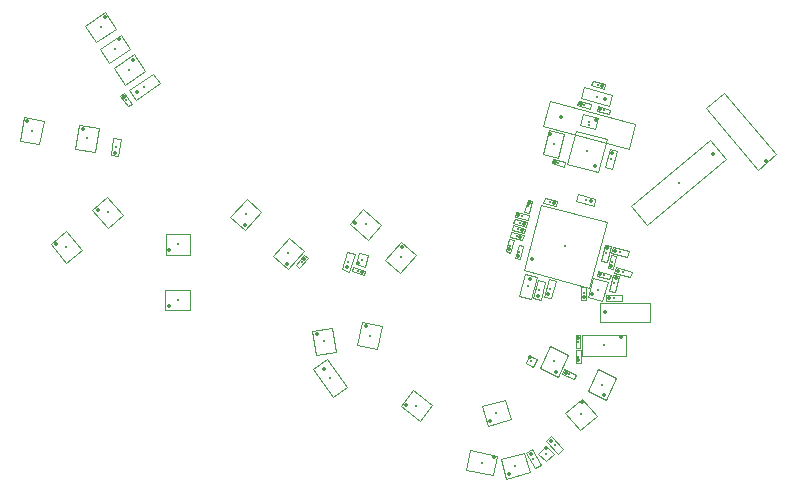
<source format=gbr>
%TF.GenerationSoftware,KiCad,Pcbnew,9.0.3*%
%TF.CreationDate,2025-08-06T14:07:15+08:00*%
%TF.ProjectId,Main,4d61696e-2e6b-4696-9361-645f70636258,10*%
%TF.SameCoordinates,Original*%
%TF.FileFunction,Component,L2,Bot*%
%TF.FilePolarity,Positive*%
%FSLAX46Y46*%
G04 Gerber Fmt 4.6, Leading zero omitted, Abs format (unit mm)*
G04 Created by KiCad (PCBNEW 9.0.3) date 2025-08-06 14:07:15*
%MOMM*%
%LPD*%
G01*
G04 APERTURE LIST*
%TA.AperFunction,ComponentMain*%
%ADD10C,0.300000*%
%TD*%
%TA.AperFunction,ComponentOutline,Footprint*%
%ADD11C,0.100000*%
%TD*%
%TA.AperFunction,ComponentPin*%
%ADD12P,0.360000X4X0.000000*%
%TD*%
%TA.AperFunction,ComponentPin*%
%ADD13C,0.100000*%
%TD*%
G04 APERTURE END LIST*
D10*
%TO.C,D5*%
%TO.CFtp,TX1812MWCA5-F01*%
%TO.CVal,TX1812MWCA5-F01*%
%TO.CLbN,Pixels-dice*%
%TO.CMnt,SMD*%
%TO.CRot,-74*%
X144140000Y-124440000D03*
D11*
X145359586Y-124974545D02*
X143388998Y-125539602D01*
X142920414Y-123905455D01*
X144891002Y-123340398D01*
X145359586Y-124974545D01*
D12*
%TO.P,D5,1,DOUT*%
X143580904Y-125120469D03*
D13*
%TO.P,D5,2,GND*%
X143305266Y-124159207D03*
%TO.P,D5,3,DIN*%
X144699096Y-123759531D03*
%TO.P,D5,4,VCC*%
X144974734Y-124720793D03*
%TD*%
D10*
%TO.C,D4*%
%TO.CFtp,TX1812MWCA5-F01*%
%TO.CVal,TX1812MWCA5-F01*%
%TO.CLbN,Pixels-dice*%
%TO.CMnt,SMD*%
%TO.CRot,-74*%
X145740000Y-128930000D03*
D11*
X146959586Y-129464545D02*
X144988998Y-130029602D01*
X144520414Y-128395455D01*
X146491002Y-127830398D01*
X146959586Y-129464545D01*
D12*
%TO.P,D4,1,DOUT*%
X145180904Y-129610468D03*
D13*
%TO.P,D4,2,GND*%
X144905265Y-128649206D03*
%TO.P,D4,3,DIN*%
X146299096Y-128249532D03*
%TO.P,D4,4,VCC*%
X146574735Y-129210794D03*
%TD*%
D10*
%TO.C,D6*%
%TO.CFtp,TX1812MWCA5-F01*%
%TO.CVal,TX1812MWCA5-F01*%
%TO.CLbN,Pixels-dice*%
%TO.CMnt,SMD*%
%TO.CRot,-127*%
X137350000Y-123840000D03*
D11*
X137657058Y-125135703D02*
X136019854Y-123901981D01*
X137042942Y-122544297D01*
X138680146Y-123778019D01*
X137657058Y-125135703D01*
D12*
%TO.P,D6,1,DOUT*%
X136470081Y-123803004D03*
D13*
%TO.P,D6,2,GND*%
X137071895Y-123004367D03*
%TO.P,D6,3,DIN*%
X138229919Y-123876996D03*
%TO.P,D6,4,VCC*%
X137628105Y-124675633D03*
%TD*%
D10*
%TO.C,D2*%
%TO.CFtp,TX1812MWCA5-F01*%
%TO.CVal,TX1812MWCA5-F01*%
%TO.CLbN,Pixels-dice*%
%TO.CMnt,SMD*%
%TO.CRot,-25*%
X149000000Y-120100000D03*
D11*
X150203545Y-119530260D02*
X149337178Y-121388191D01*
X147796455Y-120669740D01*
X148662822Y-118811809D01*
X150203545Y-119530260D01*
D12*
%TO.P,D2,1,DOUT*%
X149146756Y-120968382D03*
D13*
%TO.P,D2,2,GND*%
X148240448Y-120545764D03*
%TO.P,D2,3,DIN*%
X148853244Y-119231618D03*
%TO.P,D2,4,VCC*%
X149759552Y-119654236D03*
%TD*%
D10*
%TO.C,D7*%
%TO.CFtp,TX1812MWCA5-F01*%
%TO.CVal,TX1812MWCA5-F01*%
%TO.CLbN,Pixels-dice*%
%TO.CMnt,SMD*%
%TO.CRot,-172*%
X129540000Y-118400000D03*
D11*
X128840921Y-119533322D02*
X128555616Y-117503273D01*
X130239079Y-117266678D01*
X130524384Y-119296727D01*
X128840921Y-119533322D01*
D12*
%TO.P,D7,1,DOUT*%
X128943962Y-117751645D03*
D13*
%TO.P,D7,2,GND*%
X129934233Y-117612469D03*
%TO.P,D7,3,DIN*%
X130136038Y-119048355D03*
%TO.P,D7,4,VCC*%
X129145767Y-119187531D03*
%TD*%
D10*
%TO.C,D9*%
%TO.CFtp,TX1812MWCA5-F01*%
%TO.CVal,TX1812MWCA5-F01*%
%TO.CLbN,Pixels-dice*%
%TO.CMnt,SMD*%
%TO.CRot,138*%
X136020000Y-111290000D03*
D11*
X134702466Y-111482963D02*
X136074186Y-109959513D01*
X137337534Y-111097037D01*
X135965814Y-112620487D01*
X134702466Y-111482963D01*
D12*
%TO.P,D9,1,DOUT*%
X136133548Y-110416653D03*
D13*
%TO.P,D9,2,GND*%
X136876694Y-111085785D03*
%TO.P,D9,3,DIN*%
X135906452Y-112163347D03*
%TO.P,D9,4,VCC*%
X135163306Y-111494215D03*
%TD*%
D10*
%TO.C,D8*%
%TO.CFtp,TX1812MWCA5-F01*%
%TO.CVal,TX1812MWCA5-F01*%
%TO.CLbN,Pixels-dice*%
%TO.CMnt,SMD*%
%TO.CRot,168*%
X133420000Y-117910000D03*
D11*
X132375464Y-118735876D02*
X132801683Y-116730674D01*
X134464536Y-117084124D01*
X134038317Y-119089326D01*
X132375464Y-118735876D01*
D12*
%TO.P,D8,1,DOUT*%
X133081663Y-117096887D03*
D13*
%TO.P,D8,2,GND*%
X134059811Y-117304800D03*
%TO.P,D8,3,DIN*%
X133758337Y-118723113D03*
%TO.P,D8,4,VCC*%
X132780189Y-118515200D03*
%TD*%
D10*
%TO.C,C6*%
%TO.CFtp,C_0201_0603Metric*%
%TO.CVal,0.1uF 10V 20\u0025*%
%TO.CLbN,Capacitor_SMD*%
%TO.CMnt,SMD*%
%TO.CRot,155*%
X150310000Y-121180000D03*
D11*
X149727006Y-121128823D02*
X149896055Y-120766297D01*
X150892994Y-121231177D01*
X150723945Y-121593703D01*
X149727006Y-121128823D01*
D12*
%TO.P,C6,1*%
X150019982Y-121044760D03*
D13*
%TO.P,C6,2*%
X150600018Y-121315240D03*
%TD*%
D10*
%TO.C,D11*%
%TO.CFtp,TX1812MWCA5-F01*%
%TO.CVal,TX1812MWCA5-F01*%
%TO.CLbN,Pixels-dice*%
%TO.CMnt,SMD*%
%TO.CRot,-42*%
X126520000Y-110940000D03*
D11*
X127837535Y-110747037D02*
X126465814Y-112270487D01*
X125202465Y-111132963D01*
X126574186Y-109609513D01*
X127837535Y-110747037D01*
D12*
%TO.P,D11,1,DOUT*%
X126406452Y-111813347D03*
D13*
%TO.P,D11,2,GND*%
X125663307Y-111144213D03*
%TO.P,D11,3,DIN*%
X126633548Y-110066653D03*
%TO.P,D11,4,VCC*%
X127376693Y-110735787D03*
%TD*%
D10*
%TO.C,C7*%
%TO.CFtp,C_0201_0603Metric*%
%TO.CVal,100pF NP0 10V 2\u0025*%
%TO.CLbN,Capacitor_SMD*%
%TO.CMnt,SMD*%
%TO.CRot,-105*%
X153920000Y-111670000D03*
D11*
X153970834Y-112253026D02*
X153584464Y-112149498D01*
X153869166Y-111086974D01*
X154255536Y-111190502D01*
X153970834Y-112253026D01*
D12*
%TO.P,C7,1*%
X153837177Y-111979099D03*
D13*
%TO.P,C7,2*%
X154002823Y-111360901D03*
%TD*%
D10*
%TO.C,L1*%
%TO.CFtp,C_1.2x1.8*%
%TO.CVal,10uH 100mA 20\u0025*%
%TO.CLbN,Pixels-dice*%
%TO.CMnt,SMD*%
%TO.CRot,75*%
X146830000Y-113750000D03*
D11*
X146585844Y-112690711D02*
X147571090Y-112954707D01*
X147074156Y-114809289D01*
X146088910Y-114545293D01*
X146585844Y-112690711D01*
D12*
%TO.P,L1,1,1*%
X146995644Y-113131805D03*
D13*
%TO.P,L1,2,2*%
X146664356Y-114368195D03*
%TD*%
D10*
%TO.C,C5*%
%TO.CFtp,C_0201_0603Metric*%
%TO.CVal,8pF 10V 10\u0025*%
%TO.CLbN,Capacitor_SMD*%
%TO.CMnt,SMD*%
%TO.CRot,165*%
X153220000Y-112800000D03*
D11*
X152636975Y-112850835D02*
X152740503Y-112464463D01*
X153803025Y-112749165D01*
X153699497Y-113135537D01*
X152636975Y-112850835D01*
D12*
%TO.P,C5,1*%
X152910902Y-112717178D03*
D13*
%TO.P,C5,2*%
X153529098Y-112882822D03*
%TD*%
D10*
%TO.C,C3*%
%TO.CFtp,C_0201_0603Metric*%
%TO.CVal,0.1uF 10V 20\u0025*%
%TO.CLbN,Capacitor_SMD*%
%TO.CMnt,SMD*%
%TO.CRot,-106*%
X146060000Y-110830000D03*
D11*
X146100658Y-111413822D02*
X145716142Y-111303564D01*
X146019342Y-110246178D01*
X146403858Y-110356436D01*
X146100658Y-111413822D01*
D12*
%TO.P,C3,1*%
X145971791Y-111137601D03*
D13*
%TO.P,C3,2*%
X146148209Y-110522399D03*
%TD*%
D10*
%TO.C,C2*%
%TO.CFtp,C_0201_0603Metric*%
%TO.CVal,8pF 10V 10\u0025*%
%TO.CLbN,Capacitor_SMD*%
%TO.CMnt,SMD*%
%TO.CRot,-90*%
X151530000Y-114340000D03*
D11*
X151730000Y-114890002D02*
X151330000Y-114890002D01*
X151330000Y-113789998D01*
X151730000Y-113789998D01*
X151730000Y-114890002D01*
D12*
%TO.P,C2,1*%
X151530000Y-114660002D03*
D13*
%TO.P,C2,2*%
X151530000Y-114019998D03*
%TD*%
D10*
%TO.C,R10*%
%TO.CFtp,R_0201_0603Metric*%
%TO.CVal,3.9k 1\u0025*%
%TO.CLbN,Resistor_SMD*%
%TO.CMnt,SMD*%
%TO.CRot,90*%
X151040000Y-118430000D03*
D11*
X150839999Y-117879999D02*
X151240001Y-117879999D01*
X151240001Y-118980001D01*
X150839999Y-118980001D01*
X150839999Y-117879999D01*
D12*
%TO.P,R10,1*%
X151040001Y-118109999D03*
D13*
%TO.P,R10,2*%
X151039999Y-118750001D03*
%TD*%
D10*
%TO.C,U1*%
%TO.CFtp,QFN-32-1EP_5x5mm_P0.5mm_EP3.1x3.1mm*%
%TO.CVal,N52810_QFN32*%
%TO.CLbN,Pixels-dice*%
%TO.CMnt,SMD*%
%TO.CRot,165*%
X149971680Y-110358512D03*
D11*
X146450536Y-112391445D02*
X147938747Y-106837368D01*
X153492824Y-108325579D01*
X152004613Y-113879656D01*
X146450536Y-112391445D01*
D12*
%TO.P,U1,1,DEC1*%
X147164303Y-111418012D03*
D13*
%TO.P,U1,2,P0.00/XL1*%
X147293712Y-110935048D03*
%TO.P,U1,3,P0.01/XL2*%
X147423121Y-110452087D03*
%TO.P,U1,4,P0.04/AIN2*%
X147552531Y-109969123D03*
%TO.P,U1,5,P0.05/AIN3*%
X147681939Y-109486158D03*
%TO.P,U1,6,P0.06*%
X147811350Y-109003196D03*
%TO.P,U1,7,P0.09*%
X147940759Y-108520233D03*
%TO.P,U1,8,P0.10*%
X148070169Y-108037270D03*
%TO.P,U1,9,VDD*%
X148912180Y-107551135D03*
%TO.P,U1,10,P0.12*%
X149395144Y-107680544D03*
%TO.P,U1,11,P0.14*%
X149878105Y-107809953D03*
%TO.P,U1,12,P0.15*%
X150361069Y-107939363D03*
%TO.P,U1,13,P0.16/TDATA1*%
X150844034Y-108068771D03*
%TO.P,U1,14,P0.18/TDATA0*%
X151326996Y-108198182D03*
%TO.P,U1,15,P0.20/TCLK*%
X151809959Y-108327591D03*
%TO.P,U1,16,P0.16*%
X152292922Y-108457001D03*
%TO.P,U1,17,SWDCLK*%
X152779057Y-109299012D03*
%TO.P,U1,18,SWDIO*%
X152649648Y-109781976D03*
%TO.P,U1,19,ANT*%
X152520239Y-110264937D03*
%TO.P,U1,20,VSS*%
X152390829Y-110747901D03*
%TO.P,U1,21,DEC2*%
X152261421Y-111230866D03*
%TO.P,U1,22,DEC3*%
X152132010Y-111713828D03*
%TO.P,U1,23,XC1*%
X152002601Y-112196791D03*
%TO.P,U1,24,XC2*%
X151873191Y-112679754D03*
%TO.P,U1,25,VDD*%
X151031180Y-113165889D03*
%TO.P,U1,26,P0.25*%
X150548216Y-113036480D03*
%TO.P,U1,27,P0.28/AIN4*%
X150065255Y-112907071D03*
%TO.P,U1,28,P0.30/AIN6*%
X149582291Y-112777661D03*
%TO.P,U1,29,VSS*%
X149099326Y-112648253D03*
%TO.P,U1,30,DEC4*%
X148616364Y-112518842D03*
%TO.P,U1,31,DCC*%
X148133401Y-112389433D03*
%TO.P,U1,32,VDD*%
X147650438Y-112260023D03*
%TO.P,U1,33,VSS*%
X149971680Y-110358512D03*
%TD*%
D10*
%TO.C,C10*%
%TO.CFtp,C_0201_0603Metric*%
%TO.CVal,0.1uF 10V 20\u0025*%
%TO.CLbN,Capacitor_SMD*%
%TO.CMnt,SMD*%
%TO.CRot,-14*%
X148700000Y-106600000D03*
D11*
X149282046Y-106538998D02*
X149185277Y-106927116D01*
X148117954Y-106661002D01*
X148214723Y-106272884D01*
X149282046Y-106538998D01*
D12*
%TO.P,C10,1*%
X149010494Y-106677415D03*
D13*
%TO.P,C10,2*%
X148389506Y-106522585D03*
%TD*%
D10*
%TO.C,C8*%
%TO.CFtp,0402_RF*%
%TO.CVal,0.8pF 10V 5\u0025 C0G*%
%TO.CLbN,Pixels-dice*%
%TO.CMnt,SMD*%
%TO.CRot,76*%
X153400000Y-110950000D03*
D11*
X153324349Y-110220016D02*
X153809503Y-110340978D01*
X153475651Y-111679984D01*
X152990497Y-111559022D01*
X153324349Y-110220016D01*
D12*
%TO.P,C8,1*%
X153506442Y-110523070D03*
D13*
%TO.P,C8,2*%
X153293558Y-111376930D03*
%TD*%
D10*
%TO.C,C23*%
%TO.CFtp,C_0201_0603Metric*%
%TO.CVal,0.1uF 10V 20\u0025*%
%TO.CLbN,Capacitor_SMD*%
%TO.CMnt,SMD*%
%TO.CRot,165*%
X153210000Y-98840000D03*
D11*
X152626976Y-98890838D02*
X152730505Y-98504461D01*
X153793024Y-98789162D01*
X153689495Y-99175539D01*
X152626976Y-98890838D01*
D12*
%TO.P,C23,1*%
X152900903Y-98757181D03*
D13*
%TO.P,C23,2*%
X153519097Y-98922819D03*
%TD*%
D10*
%TO.C,D3*%
%TO.CFtp,TX1812MWCA5-F01*%
%TO.CVal,TX1812MWCA5-F01*%
%TO.CLbN,Pixels-dice*%
%TO.CMnt,SMD*%
%TO.CRot,-25*%
X153100000Y-122070120D03*
D11*
X154303547Y-121500381D02*
X153437180Y-123358312D01*
X151896453Y-122639859D01*
X152762820Y-120781928D01*
X154303547Y-121500381D01*
D12*
%TO.P,D3,1,DOUT*%
X153246757Y-122938503D03*
D13*
%TO.P,D3,2,GND*%
X152340448Y-122515883D03*
%TO.P,D3,3,DIN*%
X152953243Y-121201737D03*
%TO.P,D3,4,VCC*%
X153859552Y-121624357D03*
%TD*%
D10*
%TO.C,C9*%
%TO.CFtp,C_0402_1005Metric*%
%TO.CVal,10uF 6.3V 20\u0025*%
%TO.CLbN,Pixels-dice*%
%TO.CMnt,SMD*%
%TO.CRot,-99*%
X111900000Y-101950000D03*
D11*
X112087295Y-102749138D02*
X111474924Y-102652148D01*
X111712705Y-101150862D01*
X112325076Y-101247852D01*
X112087295Y-102749138D01*
D12*
%TO.P,C9,1*%
X111824909Y-102424090D03*
D13*
%TO.P,C9,2*%
X111975091Y-101475910D03*
%TD*%
D10*
%TO.C,R9*%
%TO.CFtp,R_0201_0603Metric*%
%TO.CVal,100k 1\u0025*%
%TO.CLbN,Resistor_SMD*%
%TO.CMnt,SMD*%
%TO.CRot,-17*%
X132460000Y-112450000D03*
D11*
X133044442Y-112419537D02*
X132927490Y-112802071D01*
X131875558Y-112480463D01*
X131992510Y-112097929D01*
X133044442Y-112419537D01*
D12*
%TO.P,R9,1*%
X132766017Y-112543553D03*
D13*
%TO.P,R9,2*%
X132153983Y-112356447D03*
%TD*%
D10*
%TO.C,C4*%
%TO.CFtp,C_0402_1005Metric*%
%TO.CVal,4.7uF 10V 20\u0025*%
%TO.CLbN,Pixels-dice*%
%TO.CMnt,SMD*%
%TO.CRot,-14*%
X151700000Y-106430000D03*
D11*
X152512420Y-106313068D02*
X152362428Y-106914653D01*
X150887580Y-106546932D01*
X151037572Y-105945347D01*
X152512420Y-106313068D01*
D12*
%TO.P,C4,1*%
X152165741Y-106546123D03*
D13*
%TO.P,C4,2*%
X151234259Y-106313877D03*
%TD*%
D10*
%TO.C,J3*%
%TO.CFtp,Hongjie 10100 Solder Tabs*%
%TO.CVal,Conn_01x02*%
%TO.CLbN,Pixels-dice*%
%TO.CMnt,TH*%
%TO.CRot,165*%
X151990000Y-100070000D03*
D11*
X148081505Y-100167809D02*
X148652478Y-98036910D01*
X155896921Y-99978052D01*
X155325948Y-102108952D01*
X148081505Y-100167809D01*
D12*
%TO.P,J3,1,Pin_1*%
X149623481Y-99435893D03*
D13*
%TO.P,J3,2,Pin_2*%
X154354946Y-100709968D03*
%TD*%
D10*
%TO.C,D10*%
%TO.CFtp,TX1812MWCA5-F01*%
%TO.CVal,TX1812MWCA5-F01*%
%TO.CLbN,Pixels-dice*%
%TO.CMnt,SMD*%
%TO.CRot,-132*%
X133080000Y-108480000D03*
D11*
X133272963Y-109797533D02*
X131749515Y-108425814D01*
X132887037Y-107162467D01*
X134410485Y-108534186D01*
X133272963Y-109797533D01*
D12*
%TO.P,D10,1,DOUT*%
X132206656Y-108366454D03*
D13*
%TO.P,D10,2,GND*%
X132875784Y-107623308D03*
%TO.P,D10,3,DIN*%
X133953344Y-108593546D03*
%TO.P,D10,4,VCC*%
X133284216Y-109336692D03*
%TD*%
D10*
%TO.C,C15*%
%TO.CFtp,C_0603_1608Metric*%
%TO.CVal,22uF 10V 20\u0025*%
%TO.CLbN,Capacitor_SMD*%
%TO.CMnt,SMD*%
%TO.CRot,-15*%
X152620000Y-97680000D03*
D11*
X153926199Y-97538237D02*
X153680320Y-98455870D01*
X151313801Y-97821763D01*
X151559680Y-96904130D01*
X153926199Y-97538237D01*
D12*
%TO.P,C15,1*%
X153368593Y-97880583D03*
D13*
%TO.P,C15,2*%
X151871407Y-97479417D03*
%TD*%
D10*
%TO.C,L2*%
%TO.CFtp,L_0402_1005Metric*%
%TO.CVal,15nH 100mA 5\u0025*%
%TO.CLbN,Inductor_SMD*%
%TO.CMnt,SMD*%
%TO.CRot,-105*%
X147780000Y-114060000D03*
D11*
X147887218Y-114896249D02*
X147269022Y-114730603D01*
X147672782Y-113223751D01*
X148290978Y-113389397D01*
X147887218Y-114896249D01*
D12*
%TO.P,L2,1,1*%
X147654474Y-114528478D03*
D13*
%TO.P,L2,2,2*%
X147905526Y-113591522D03*
%TD*%
D10*
%TO.C,C1*%
%TO.CFtp,C_0402_1005Metric*%
%TO.CVal,4.7uF 10V 20\u0025*%
%TO.CLbN,Pixels-dice*%
%TO.CMnt,SMD*%
%TO.CRot,-105*%
X148660000Y-113950000D03*
D11*
X148762736Y-114764335D02*
X148163860Y-114603867D01*
X148557264Y-113135665D01*
X149156140Y-113296133D01*
X148762736Y-114764335D01*
D12*
%TO.P,C1,1*%
X148535767Y-114413641D03*
D13*
%TO.P,C1,2*%
X148784233Y-113486359D03*
%TD*%
D10*
%TO.C,C21*%
%TO.CFtp,C_0201_0603Metric*%
%TO.CVal,10nF 25V 10\u0025*%
%TO.CLbN,Capacitor_SMD*%
%TO.CMnt,SMD*%
%TO.CRot,-15*%
X146156984Y-108348357D03*
D11*
X146740010Y-108297520D02*
X146636481Y-108683896D01*
X145573958Y-108399194D01*
X145677487Y-108012818D01*
X146740010Y-108297520D01*
D12*
%TO.P,C21,1*%
X146466083Y-108431177D03*
D13*
%TO.P,C21,2*%
X145847885Y-108265537D03*
%TD*%
D10*
%TO.C,R2*%
%TO.CFtp,R_0201_0603Metric*%
%TO.CVal,3.9M 1\u0025*%
%TO.CLbN,Resistor_SMD*%
%TO.CMnt,SMD*%
%TO.CRot,165*%
X146316757Y-107790713D03*
D11*
X145733731Y-107841550D02*
X145837260Y-107455174D01*
X146899783Y-107739876D01*
X146796254Y-108126252D01*
X145733731Y-107841550D01*
D12*
%TO.P,R2,1*%
X146007658Y-107707893D03*
D13*
%TO.P,R2,2*%
X146625856Y-107873533D03*
%TD*%
D10*
%TO.C,R1*%
%TO.CFtp,R_0201_0603Metric*%
%TO.CVal,3.9M 1\u0025*%
%TO.CLbN,Resistor_SMD*%
%TO.CMnt,SMD*%
%TO.CRot,75*%
X146850000Y-106980000D03*
D11*
X146799161Y-106396977D02*
X147185539Y-106500507D01*
X146900839Y-107563023D01*
X146514461Y-107459493D01*
X146799161Y-106396977D01*
D12*
%TO.P,R1,1*%
X146932818Y-106670904D03*
D13*
%TO.P,R1,2*%
X146767182Y-107289096D03*
%TD*%
D10*
%TO.C,Y1*%
%TO.CFtp,SX16Y032000B81T001*%
%TO.CVal,32MHz 40ppm*%
%TO.CLbN,Pixels-dice*%
%TO.CMnt,SMD*%
%TO.CRot,-105*%
X152732048Y-114019136D03*
D11*
X153114810Y-114986153D02*
X151917058Y-114665217D01*
X152349286Y-113052119D01*
X153547038Y-113373055D01*
X153114810Y-114986153D01*
D12*
%TO.P,Y1,1,1*%
X152254903Y-114408925D03*
D13*
%TO.P,Y1,2,2*%
X152513725Y-113442998D03*
%TO.P,Y1,3,3*%
X153209193Y-113629347D03*
%TO.P,Y1,4,4*%
X152950371Y-114595274D03*
%TD*%
D10*
%TO.C,R12*%
%TO.CFtp,R_0201_0603Metric*%
%TO.CVal,510R 1\u0025*%
%TO.CLbN,Resistor_SMD*%
%TO.CMnt,SMD*%
%TO.CRot,165*%
X151570000Y-98360000D03*
D11*
X150986976Y-98410837D02*
X151090505Y-98024462D01*
X152153024Y-98309163D01*
X152049495Y-98695538D01*
X150986976Y-98410837D01*
D12*
%TO.P,R12,1*%
X151260904Y-98277176D03*
D13*
%TO.P,R12,2*%
X151879096Y-98442824D03*
%TD*%
D10*
%TO.C,U2*%
%TO.CFtp,LGA-12_2x2mm_P0.5mm*%
%TO.CVal,SC7A20HTR*%
%TO.CLbN,Package_LGA*%
%TO.CMnt,SMD*%
%TO.CRot,40*%
X151310000Y-124590000D03*
D11*
X151427095Y-123251609D02*
X152648391Y-124707093D01*
X151192905Y-125928391D01*
X149971609Y-124472907D01*
X151427095Y-123251609D01*
D12*
%TO.P,U2,1,ADDR*%
X151412018Y-123525343D03*
D13*
%TO.P,U2,2,SDA*%
X151733413Y-123908364D03*
%TO.P,U2,3,IO_VDD*%
X152054805Y-124291385D03*
%TO.P,U2,4,NC*%
X152376199Y-124674406D03*
%TO.P,U2,5,INT1*%
X151991636Y-125013413D03*
%TO.P,U2,6,INT2*%
X151608615Y-125334805D03*
%TO.P,U2,7,VDD*%
X151207982Y-125654657D03*
%TO.P,U2,8,GND*%
X150886587Y-125271636D03*
%TO.P,U2,9,GND*%
X150565195Y-124888615D03*
%TO.P,U2,10,CS*%
X150243801Y-124505594D03*
%TO.P,U2,11,NC*%
X150628364Y-124166587D03*
%TO.P,U2,12,SCL*%
X151011385Y-123845195D03*
%TD*%
D10*
%TO.C,L5*%
%TO.CFtp,0402_RF*%
%TO.CVal,3.9nH 5\u0025*%
%TO.CLbN,Pixels-dice*%
%TO.CMnt,SMD*%
%TO.CRot,165*%
X154610000Y-110830000D03*
D11*
X153878805Y-110892897D02*
X154008215Y-110409932D01*
X155341195Y-110767103D01*
X155211785Y-111250068D01*
X153878805Y-110892897D01*
D12*
%TO.P,L5,1,1*%
X154184991Y-110716120D03*
D13*
%TO.P,L5,2,2*%
X155035009Y-110943880D03*
%TD*%
D10*
%TO.C,R5*%
%TO.CFtp,R_0201_0603Metric*%
%TO.CVal,10k 1\u0025*%
%TO.CLbN,Resistor_SMD*%
%TO.CMnt,SMD*%
%TO.CRot,126*%
X112789346Y-97937989D03*
D11*
X112304261Y-97610588D02*
X112627868Y-97375473D01*
X113274431Y-98265390D01*
X112950824Y-98500505D01*
X112304261Y-97610588D01*
D12*
%TO.P,R5,1*%
X112601255Y-97679104D03*
D13*
%TO.P,R5,2*%
X112977437Y-98196874D03*
%TD*%
D10*
%TO.C,L3*%
%TO.CFtp,0402_RF*%
%TO.CVal,0 Ohm*%
%TO.CLbN,Pixels-dice*%
%TO.CMnt,SMD*%
%TO.CRot,75*%
X154110000Y-113500000D03*
D11*
X154047103Y-112768806D02*
X154530068Y-112898216D01*
X154172897Y-114231194D01*
X153689932Y-114101784D01*
X154047103Y-112768806D01*
D12*
%TO.P,L3,1,1*%
X154223881Y-113074993D03*
D13*
%TO.P,L3,2,2*%
X153996119Y-113925007D03*
%TD*%
D10*
%TO.C,U3*%
%TO.CFtp,SOT-23*%
%TO.CVal,PJ75BL50SA*%
%TO.CLbN,Pixels-dice*%
%TO.CMnt,SMD*%
%TO.CRot,75*%
X151834909Y-102316378D03*
D11*
X150906201Y-100566381D02*
X153514193Y-101265190D01*
X152763615Y-104066384D01*
X150155623Y-103367574D01*
X150906201Y-100566381D01*
D12*
%TO.P,U3,1,VSS*%
X152493713Y-103528190D03*
D13*
%TO.P,U3,2,VOUT*%
X150658463Y-103036431D03*
%TO.P,U3,3,VIN*%
X152093728Y-101350452D03*
%TD*%
D10*
%TO.C,R8*%
%TO.CFtp,R_0201_0603Metric*%
%TO.CVal,10M 1\u0025*%
%TO.CLbN,Resistor_SMD*%
%TO.CMnt,SMD*%
%TO.CRot,-15*%
X145859098Y-109472823D03*
D11*
X146442123Y-109421989D02*
X146338595Y-109808359D01*
X145276073Y-109523657D01*
X145379601Y-109137287D01*
X146442123Y-109421989D01*
D12*
%TO.P,R8,1*%
X146168196Y-109555646D03*
D13*
%TO.P,R8,2*%
X145550000Y-109390000D03*
%TD*%
D10*
%TO.C,D12*%
%TO.CFtp,TX1812MWCA5-F01*%
%TO.CVal,TX1812MWCA5-F01*%
%TO.CLbN,Pixels-dice*%
%TO.CMnt,SMD*%
%TO.CRot,-42*%
X122928453Y-107636908D03*
D11*
X124245986Y-107443945D02*
X122874267Y-108967394D01*
X121610920Y-107829871D01*
X122982639Y-106306422D01*
X124245986Y-107443945D01*
D12*
%TO.P,D12,1,DOUT*%
X122814906Y-108510254D03*
D13*
%TO.P,D12,2,GND*%
X122071760Y-107841123D03*
%TO.P,D12,3,DIN*%
X123042000Y-106763562D03*
%TO.P,D12,4,VCC*%
X123785146Y-107432693D03*
%TD*%
D10*
%TO.C,D15*%
%TO.CFtp,TX1812MWCA5-F01*%
%TO.CVal,TX1812MWCA5-F01*%
%TO.CLbN,Pixels-dice*%
%TO.CMnt,SMD*%
%TO.CRot,-140*%
X107720000Y-110400000D03*
D11*
X107727720Y-111731565D02*
X106410005Y-110161174D01*
X107712280Y-109068435D01*
X109029995Y-110638826D01*
X107727720Y-111731565D01*
D12*
%TO.P,D15,1,DOUT*%
X106870957Y-110166012D03*
D13*
%TO.P,D15,2,GND*%
X107637002Y-109523226D03*
%TO.P,D15,3,DIN*%
X108569043Y-110633988D03*
%TO.P,D15,4,VCC*%
X107802998Y-111276774D03*
%TD*%
D10*
%TO.C,C22*%
%TO.CFtp,C_0201_0603Metric*%
%TO.CVal,10nF 25V 10\u0025*%
%TO.CLbN,Capacitor_SMD*%
%TO.CMnt,SMD*%
%TO.CRot,-15*%
X146010000Y-108910000D03*
D11*
X146593025Y-108859166D02*
X146489497Y-109245536D01*
X145426975Y-108960834D01*
X145530503Y-108574464D01*
X146593025Y-108859166D01*
D12*
%TO.P,C22,1*%
X146319098Y-108992823D03*
D13*
%TO.P,C22,2*%
X145700902Y-108827177D03*
%TD*%
D10*
%TO.C,J2*%
%TO.CFtp,FPC-POGO-4*%
%TO.CVal,Conn_01x04*%
%TO.CLbN,Pixels-dice*%
%TO.CMnt,SMD*%
%TO.CRot,40*%
X159585770Y-104967722D03*
D11*
X162250797Y-101360821D02*
X163600651Y-102969515D01*
X156920743Y-108574623D01*
X155570889Y-106965929D01*
X162250797Y-101360821D01*
D12*
%TO.P,J2,1,Pin_1*%
X162504399Y-102518701D03*
D13*
%TO.P,J2,2,Pin_2*%
X160558646Y-104151382D03*
%TO.P,J2,3,Pin_3*%
X158612894Y-105784062D03*
%TO.P,J2,4,Pin_4*%
X156667141Y-107416743D03*
%TD*%
D10*
%TO.C,C14*%
%TO.CFtp,C_0201_0603Metric*%
%TO.CVal,0.1uF 10V 20\u0025*%
%TO.CLbN,Capacitor_SMD*%
%TO.CMnt,SMD*%
%TO.CRot,50*%
X127650000Y-111650000D03*
D11*
X127850326Y-111100117D02*
X128156743Y-111357232D01*
X127449674Y-112199883D01*
X127143257Y-111942768D01*
X127850326Y-111100117D01*
D12*
%TO.P,C14,1*%
X127855693Y-111404864D03*
D13*
%TO.P,C14,2*%
X127444307Y-111895136D03*
%TD*%
D10*
%TO.C,C12*%
%TO.CFtp,0402_RF*%
%TO.CVal,DNP*%
%TO.CLbN,Pixels-dice*%
%TO.CMnt,SMD*%
%TO.CRot,165*%
X154860000Y-112560000D03*
D11*
X154128802Y-112622897D02*
X154258213Y-112139930D01*
X155591198Y-112497103D01*
X155461787Y-112980070D01*
X154128802Y-112622897D01*
D12*
%TO.P,C12,1*%
X154434989Y-112446117D03*
D13*
%TO.P,C12,2*%
X155285011Y-112673883D03*
%TD*%
D10*
%TO.C,AE1*%
%TO.CFtp,CHIP_ANT*%
%TO.CVal,Antenna_Chip*%
%TO.CLbN,Pixels-dice*%
%TO.CMnt,SMD*%
%TO.CRot,-90*%
X153320000Y-115950000D03*
D11*
X157120001Y-116750000D02*
X152920000Y-116750000D01*
X152920000Y-115149999D01*
X157120001Y-115149999D01*
X157120001Y-116750000D01*
D12*
%TO.P,AE1,1,FEED*%
X153320000Y-115950000D03*
D13*
%TO.P,AE1,2,PCB_Trace*%
X156720001Y-115949999D03*
%TD*%
D10*
%TO.C,R4*%
%TO.CFtp,R_0201_0603Metric*%
%TO.CVal,10k 1\u0025*%
%TO.CLbN,Resistor_SMD*%
%TO.CMnt,SMD*%
%TO.CRot,-15*%
X152759592Y-96663082D03*
D11*
X153342614Y-96612245D02*
X153239085Y-96998619D01*
X152176570Y-96713919D01*
X152280099Y-96327545D01*
X153342614Y-96612245D01*
D12*
%TO.P,R4,1*%
X153068686Y-96745906D03*
D13*
%TO.P,R4,2*%
X152450498Y-96580258D03*
%TD*%
D10*
%TO.C,D20*%
%TO.CFtp,TX1812MWCA5-F01*%
%TO.CVal,TX1812MWCA5-F01*%
%TO.CLbN,Pixels-dice*%
%TO.CMnt,SMD*%
%TO.CRot,124*%
X113070000Y-95390000D03*
D11*
X111744921Y-95258488D02*
X113444448Y-94112143D01*
X114395079Y-95521512D01*
X112695552Y-96667857D01*
X111744921Y-95258488D01*
D12*
%TO.P,D20,1,DOUT*%
X113391455Y-94570065D03*
D13*
%TO.P,D20,2,GND*%
X113950650Y-95399107D03*
%TO.P,D20,3,DIN*%
X112748545Y-96209935D03*
%TO.P,D20,4,VCC*%
X112189350Y-95380893D03*
%TD*%
D10*
%TO.C,J1*%
%TO.CFtp,FPC_14*%
%TO.CVal,Conn_01x14*%
%TO.CLbN,Pixels-dice*%
%TO.CMnt,SMD*%
%TO.CRot,-50*%
X166941151Y-103104177D03*
D11*
X167803614Y-102576295D02*
X166271524Y-103861872D01*
X161900568Y-98652770D01*
X163432659Y-97367193D01*
X167803614Y-102576295D01*
D12*
%TO.P,J1,1,Pin_1*%
X166941151Y-103104177D03*
D13*
%TO.P,J1,2,Pin_2*%
X166619758Y-102721156D03*
%TO.P,J1,3,Pin_3*%
X166298364Y-102338132D03*
%TO.P,J1,4,Pin_4*%
X165976969Y-101955111D03*
%TO.P,J1,5,Pin_5*%
X165655575Y-101572087D03*
%TO.P,J1,6,Pin_6*%
X165334182Y-101189066D03*
%TO.P,J1,7,Pin_7*%
X165012789Y-100806044D03*
%TO.P,J1,8,Pin_8*%
X164691394Y-100423021D03*
%TO.P,J1,9,Pin_9*%
X164370000Y-100040000D03*
%TO.P,J1,10,Pin_10*%
X164048606Y-99656976D03*
%TO.P,J1,11,Pin_11*%
X163727213Y-99273955D03*
%TO.P,J1,12,Pin_12*%
X163405820Y-98890932D03*
%TO.P,J1,13,Pin_13*%
X163084425Y-98507910D03*
%TO.P,J1,14,Pin_14*%
X162763031Y-98124889D03*
%TD*%
D10*
%TO.C,U9*%
%TO.CFtp,SOT-553*%
%TO.CVal,XT4051*%
%TO.CLbN,Package_TO_SOT_SMD*%
%TO.CMnt,SMD*%
%TO.CRot,75*%
X148976224Y-101703107D03*
D11*
X148595984Y-100514182D02*
X149899984Y-100863588D01*
X149356464Y-102892032D01*
X148052464Y-102542626D01*
X148595984Y-100514182D01*
D12*
%TO.P,U9,1,BAT*%
X148677670Y-100885475D03*
D13*
%TO.P,U9,2,GND*%
X149160630Y-101014885D03*
%TO.P,U9,3,CHRG*%
X149643594Y-101144295D03*
%TO.P,U9,4,PROG*%
X149274778Y-102520739D03*
%TO.P,U9,5,VCC*%
X148308854Y-102261919D03*
%TD*%
D10*
%TO.C,D13*%
%TO.CFtp,TX1812MWCA5-F01*%
%TO.CVal,TX1812MWCA5-F01*%
%TO.CLbN,Pixels-dice*%
%TO.CMnt,SMD*%
%TO.CRot,-90*%
X117170000Y-110200000D03*
D11*
X118195003Y-111050000D02*
X116144997Y-111050000D01*
X116144997Y-109350000D01*
X118195003Y-109350000D01*
X118195003Y-111050000D01*
D12*
%TO.P,D13,1,DOUT*%
X116445001Y-110699999D03*
D13*
%TO.P,D13,2,GND*%
X116444997Y-109700000D03*
%TO.P,D13,3,DIN*%
X117894999Y-109700001D03*
%TO.P,D13,4,VCC*%
X117895003Y-110700000D03*
%TD*%
D10*
%TO.C,U4*%
%TO.CFtp,FPB1_1-4*%
%TO.CVal,ME6230*%
%TO.CLbN,Pixels-dice*%
%TO.CMnt,SMD*%
%TO.CRot,134*%
X148334296Y-127926843D03*
D11*
X147694460Y-127915675D02*
X148345464Y-127287007D01*
X148974132Y-127938011D01*
X148323128Y-128566679D01*
X147694460Y-127915675D01*
D12*
%TO.P,U4,1,VOUT*%
X148342318Y-127467293D03*
D13*
%TO.P,U4,*%
X148334296Y-127926843D03*
%TO.P,U4,2,VSS*%
X148793846Y-127934865D03*
%TO.P,U4,3,CE*%
X148326274Y-128386393D03*
%TO.P,U4,4,VIN*%
X147874746Y-127918821D03*
%TD*%
D10*
%TO.C,D1*%
%TO.CFtp,SOT-363_SC-70-6*%
%TO.CVal,BAV99S*%
%TO.CLbN,Pixels-dice*%
%TO.CMnt,SMD*%
%TO.CRot,-11*%
X142890000Y-128690000D03*
D11*
X144205603Y-128079814D02*
X143881226Y-129748588D01*
X141574397Y-129300186D01*
X141898774Y-127631412D01*
X144205603Y-128079814D01*
D12*
%TO.P,D1,1,A1*%
X143897494Y-128223667D03*
D13*
%TO.P,D1,2,K2*%
X143773458Y-128861739D03*
%TO.P,D1,3,K1A2*%
X143649437Y-129499779D03*
%TO.P,D1,4,A3*%
X141882506Y-129156333D03*
%TO.P,D1,5,K4*%
X142006542Y-128518261D03*
%TO.P,D1,6,K3A4*%
X142130563Y-127880221D03*
%TD*%
D10*
%TO.C,C16*%
%TO.CFtp,C_0402_1005Metric*%
%TO.CVal,10uF 6.3V 20\u0025*%
%TO.CLbN,Pixels-dice*%
%TO.CMnt,SMD*%
%TO.CRot,119*%
X147270000Y-128340000D03*
D11*
X146630412Y-127825580D02*
X147172678Y-127524998D01*
X147909588Y-128854420D01*
X147367322Y-129155002D01*
X146630412Y-127825580D01*
D12*
%TO.P,C16,1*%
X147037291Y-127920183D03*
D13*
%TO.P,C16,2*%
X147502709Y-128759817D03*
%TD*%
D10*
%TO.C,D18*%
%TO.CFtp,TX1812MWCA5-F01*%
%TO.CVal,TX1812MWCA5-F01*%
%TO.CLbN,Pixels-dice*%
%TO.CMnt,SMD*%
%TO.CRot,170*%
X104780000Y-100570000D03*
D11*
X103764924Y-101431828D02*
X104120903Y-99412970D01*
X105795076Y-99708172D01*
X105439097Y-101727030D01*
X103764924Y-101431828D01*
D12*
%TO.P,D18,1,DOUT*%
X104413491Y-99769189D03*
D13*
%TO.P,D18,2,GND*%
X105398299Y-99942838D03*
%TO.P,D18,3,DIN*%
X105146509Y-101370811D03*
%TO.P,D18,4,VCC*%
X104161701Y-101197162D03*
%TD*%
D10*
%TO.C,R11*%
%TO.CFtp,R_0201_0603Metric*%
%TO.CVal,3.9k 1\u0025*%
%TO.CLbN,Resistor_SMD*%
%TO.CMnt,SMD*%
%TO.CRot,-90*%
X151060000Y-119700000D03*
D11*
X151260003Y-120250000D02*
X150859997Y-120250000D01*
X150859997Y-119150000D01*
X151260003Y-119150000D01*
X151260003Y-120250000D01*
D12*
%TO.P,R11,1*%
X151060003Y-120020000D03*
D13*
%TO.P,R11,2*%
X151059997Y-119380000D03*
%TD*%
D10*
%TO.C,C19*%
%TO.CFtp,C_0805_2012Metric*%
%TO.CVal,12nF 50V 5\u0025 NP0*%
%TO.CLbN,Capacitor_SMD*%
%TO.CMnt,SMD*%
%TO.CRot,125*%
X130050000Y-121520000D03*
D11*
X128624429Y-120748077D02*
X129812204Y-119916388D01*
X131475571Y-122291923D01*
X130287796Y-123123612D01*
X128624429Y-120748077D01*
D12*
%TO.P,C19,1*%
X129505107Y-120741807D03*
D13*
%TO.P,C19,2*%
X130594893Y-122298193D03*
%TD*%
D10*
%TO.C,U8*%
%TO.CFtp,SOT-553*%
%TO.CVal,SL1605*%
%TO.CLbN,Package_TO_SOT_SMD*%
%TO.CMnt,SMD*%
%TO.CRot,34*%
X111843142Y-93648249D03*
D11*
X112336180Y-92501490D02*
X113091093Y-93620696D01*
X111350104Y-94795008D01*
X110595191Y-93675802D01*
X112336180Y-92501490D01*
D12*
%TO.P,U8,1*%
X112154238Y-92835299D03*
D13*
%TO.P,U8,2,GND*%
X112433826Y-93249818D03*
%TO.P,U8,3*%
X112713422Y-93664342D03*
%TO.P,U8,4,VDD*%
X111532046Y-94461199D03*
%TO.P,U8,5,OUT*%
X110972862Y-93632156D03*
%TD*%
D10*
%TO.C,C11*%
%TO.CFtp,0402_RF*%
%TO.CVal,DNP*%
%TO.CLbN,Pixels-dice*%
%TO.CMnt,SMD*%
%TO.CRot,180*%
X154120000Y-114700000D03*
D11*
X153430000Y-114950000D02*
X153430000Y-114450000D01*
X154810000Y-114450000D01*
X154810000Y-114950000D01*
X153430000Y-114950000D01*
D12*
%TO.P,C11,1*%
X153680000Y-114700000D03*
D13*
%TO.P,C11,2*%
X154560000Y-114700000D03*
%TD*%
D10*
%TO.C,Q1*%
%TO.CFtp,D_0603_1608Metric*%
%TO.CVal,ZSPT-Z1608C-06F-Z4*%
%TO.CLbN,Diode_SMD*%
%TO.CMnt,SMD*%
%TO.CRot,-145*%
X114340000Y-96840000D03*
D11*
X113608988Y-97931728D02*
X113064091Y-97153533D01*
X115071012Y-95748272D01*
X115615909Y-96526467D01*
X113608988Y-97931728D01*
D12*
%TO.P,Q1,1,C*%
X113694919Y-97291691D03*
D13*
%TO.P,Q1,2,E*%
X114985081Y-96388309D03*
%TD*%
D10*
%TO.C,TH1*%
%TO.CFtp,R_0402_1005Metric*%
%TO.CVal,NTC 100k @ 25C*%
%TO.CLbN,Pixels-dice*%
%TO.CMnt,SMD*%
%TO.CRot,-107*%
X131610000Y-111650000D03*
D11*
X131687969Y-112489475D02*
X131075932Y-112302357D01*
X131532031Y-110810525D01*
X132144068Y-110997643D01*
X131687969Y-112489475D01*
D12*
%TO.P,TH1,1*%
X131460892Y-112137714D03*
D13*
%TO.P,TH1,2*%
X131759108Y-111162286D03*
%TD*%
D10*
%TO.C,U6*%
%TO.CFtp,AW35122*%
%TO.CVal,AW35122*%
%TO.CLbN,Pixels-dice*%
%TO.CMnt,SMD*%
%TO.CRot,65*%
X147100000Y-120090000D03*
D11*
X146923453Y-119604942D02*
X147585058Y-119913453D01*
X147276547Y-120575058D01*
X146614942Y-120266547D01*
X146923453Y-119604942D01*
D12*
%TO.P,U6,A1,VOUT*%
X146979079Y-119757769D03*
D13*
%TO.P,U6,A2,VIN*%
X146767769Y-120210921D03*
%TO.P,U6,B1,GND*%
X147432231Y-119969079D03*
%TO.P,U6,B2,EN*%
X147220921Y-120422231D03*
%TD*%
D10*
%TO.C,R7*%
%TO.CFtp,R_0201_0603Metric*%
%TO.CVal,3.9M 1\u0025*%
%TO.CLbN,Resistor_SMD*%
%TO.CMnt,SMD*%
%TO.CRot,-105*%
X145270000Y-110300000D03*
D11*
X145320835Y-110883024D02*
X144934463Y-110779496D01*
X145219165Y-109716976D01*
X145605537Y-109820504D01*
X145320835Y-110883024D01*
D12*
%TO.P,R7,1*%
X145187177Y-110609097D03*
D13*
%TO.P,R7,2*%
X145352823Y-109990903D03*
%TD*%
D10*
%TO.C,U5*%
%TO.CFtp,TDFN-8-1EP_3x2mm_P0.5mm_EP1.3x1.4mm*%
%TO.CVal,BL24C02F-NTRC*%
%TO.CLbN,Pixels-dice*%
%TO.CMnt,SMD*%
%TO.CRot,0*%
X153240000Y-118740000D03*
D11*
X155090004Y-117864997D02*
X155090004Y-119615003D01*
X151389996Y-119615003D01*
X151389996Y-117864997D01*
X155090004Y-117864997D01*
D12*
%TO.P,U5,1,A0*%
X154702504Y-117989997D03*
D13*
%TO.P,U5,2,A1*%
X154702502Y-118490002D03*
%TO.P,U5,3,A2*%
X154702501Y-118990002D03*
%TO.P,U5,4,GND*%
X154702499Y-119489997D03*
%TO.P,U5,5,SDA*%
X151777496Y-119490003D03*
%TO.P,U5,6,SCL*%
X151777498Y-118989998D03*
%TO.P,U5,7,WP*%
X151777499Y-118489998D03*
%TO.P,U5,8,VCC*%
X151777501Y-117990003D03*
%TO.P,U5,9*%
X153240000Y-118740000D03*
%TD*%
D10*
%TO.C,D19*%
%TO.CFtp,TX1812MWCA5-F01*%
%TO.CVal,TX1812MWCA5-F01*%
%TO.CLbN,Pixels-dice*%
%TO.CMnt,SMD*%
%TO.CRot,124*%
X110640000Y-91800000D03*
D11*
X109314921Y-91668490D02*
X111014449Y-90522143D01*
X111965079Y-91931510D01*
X110265551Y-93077857D01*
X109314921Y-91668490D01*
D12*
%TO.P,D19,1,DOUT*%
X110961455Y-90980064D03*
D13*
%TO.P,D19,2,GND*%
X111520647Y-91809105D03*
%TO.P,D19,3,DIN*%
X110318545Y-92619936D03*
%TO.P,D19,4,VCC*%
X109759353Y-91790895D03*
%TD*%
D10*
%TO.C,D17*%
%TO.CFtp,TX1812MWCA5-F01*%
%TO.CVal,TX1812MWCA5-F01*%
%TO.CLbN,Pixels-dice*%
%TO.CMnt,SMD*%
%TO.CRot,170*%
X109490000Y-101220000D03*
D11*
X108474924Y-102081828D02*
X108830903Y-100062970D01*
X110505076Y-100358172D01*
X110149097Y-102377030D01*
X108474924Y-102081828D01*
D12*
%TO.P,D17,1,DOUT*%
X109123492Y-100419189D03*
D13*
%TO.P,D17,2,GND*%
X110108299Y-100592838D03*
%TO.P,D17,3,DIN*%
X109856508Y-102020811D03*
%TO.P,D17,4,VCC*%
X108871701Y-101847162D03*
%TD*%
D10*
%TO.C,R6*%
%TO.CFtp,R_0201_0603Metric*%
%TO.CVal,3.9k 1\u0025*%
%TO.CLbN,Resistor_SMD*%
%TO.CMnt,SMD*%
%TO.CRot,165*%
X149390453Y-103286780D03*
D11*
X148807431Y-103337616D02*
X148910959Y-102951244D01*
X149973475Y-103235944D01*
X149869947Y-103622316D01*
X148807431Y-103337616D01*
D12*
%TO.P,R6,1*%
X149081357Y-103203959D03*
D13*
%TO.P,R6,2*%
X149699549Y-103369601D03*
%TD*%
D10*
%TO.C,D16*%
%TO.CFtp,TX1812MWCA5-F01*%
%TO.CVal,TX1812MWCA5-F01*%
%TO.CLbN,Pixels-dice*%
%TO.CMnt,SMD*%
%TO.CRot,-140*%
X111215115Y-107490000D03*
D11*
X111222834Y-108821567D02*
X109905118Y-107251174D01*
X111207396Y-106158433D01*
X112525112Y-107728826D01*
X111222834Y-108821567D01*
D12*
%TO.P,D16,1,DOUT*%
X110366072Y-107256010D03*
D13*
%TO.P,D16,2,GND*%
X111132117Y-106613222D03*
%TO.P,D16,3,DIN*%
X112064158Y-107723990D03*
%TO.P,D16,4,VCC*%
X111298113Y-108366778D03*
%TD*%
D10*
%TO.C,C18*%
%TO.CFtp,C_0402_1005Metric*%
%TO.CVal,4.7uF 10V 20\u0025*%
%TO.CLbN,Pixels-dice*%
%TO.CMnt,SMD*%
%TO.CRot,134*%
X149060000Y-127210000D03*
D11*
X148309065Y-126878648D02*
X148755057Y-126447958D01*
X149810935Y-127541352D01*
X149364943Y-127972042D01*
X148309065Y-126878648D01*
D12*
%TO.P,C18,1*%
X148726566Y-126864718D03*
D13*
%TO.P,C18,2*%
X149393434Y-127555282D03*
%TD*%
D10*
%TO.C,U7*%
%TO.CFtp,UDFN-4-1EP_1x1mm_P0.65mm_EP0.48x0.48mm*%
%TO.CVal,DS6101*%
%TO.CLbN,Package_DFN_QFN*%
%TO.CMnt,SMD*%
%TO.CRot,-15*%
X151992516Y-99796308D03*
D11*
X152736838Y-99529870D02*
X152503899Y-100399211D01*
X151248194Y-100062746D01*
X151481133Y-99193405D01*
X152736838Y-99529870D01*
D12*
%TO.P,U7,1,BAT*%
X152598229Y-99622143D03*
D13*
%TO.P,U7,2,VSS*%
X152430000Y-100250000D03*
%TO.P,U7,3,SM*%
X151386803Y-99970473D03*
%TO.P,U7,4,EB-*%
X151555032Y-99342616D03*
%TO.P,U7,5,PAD*%
X151992516Y-99796308D03*
%TD*%
D10*
%TO.C,D14*%
%TO.CFtp,TX1812MWCA5-F01*%
%TO.CVal,TX1812MWCA5-F01*%
%TO.CLbN,Pixels-dice*%
%TO.CMnt,SMD*%
%TO.CRot,-90*%
X117140000Y-114910000D03*
D11*
X118165001Y-115760001D02*
X116114999Y-115760001D01*
X116114999Y-114059999D01*
X118165001Y-114059999D01*
X118165001Y-115760001D01*
D12*
%TO.P,D14,1,DOUT*%
X116415000Y-115410001D03*
D13*
%TO.P,D14,2,GND*%
X116414999Y-114410000D03*
%TO.P,D14,3,DIN*%
X117865000Y-114409999D03*
%TO.P,D14,4,VCC*%
X117865001Y-115410000D03*
%TD*%
D10*
%TO.C,C13*%
%TO.CFtp,C_0402_1005Metric*%
%TO.CVal,4.7uF 25V 20\u0025*%
%TO.CLbN,Capacitor_SMD*%
%TO.CMnt,SMD*%
%TO.CRot,75*%
X153837465Y-102956498D03*
D11*
X153734731Y-102142160D02*
X154333605Y-102302627D01*
X153940199Y-103770836D01*
X153341325Y-103610369D01*
X153734731Y-102142160D01*
D12*
%TO.P,C13,1*%
X153961698Y-102492853D03*
D13*
%TO.P,C13,2*%
X153713232Y-103420143D03*
%TD*%
D10*
%TO.C,U10*%
%TO.CFtp,DFN1109-6*%
%TO.CVal,WAS3157D-6/TR*%
%TO.CLbN,Pixels-dice*%
%TO.CMnt,SMD*%
%TO.CRot,-107*%
X132750000Y-111490000D03*
D11*
X132986346Y-112085107D02*
X132221281Y-111851203D01*
X132513654Y-110894893D01*
X133278719Y-111128797D01*
X132986346Y-112085107D01*
D12*
%TO.P,U10,1,B0*%
X132393985Y-111799425D03*
D13*
%TO.P,U10,2,GND*%
X132510912Y-111416915D03*
%TO.P,U10,3,B1*%
X132627863Y-111034379D03*
%TO.P,U10,4,S*%
X133106015Y-111180575D03*
%TO.P,U10,5,VCC*%
X132989088Y-111563085D03*
%TO.P,U10,6,A*%
X132872137Y-111945621D03*
%TD*%
M02*

</source>
